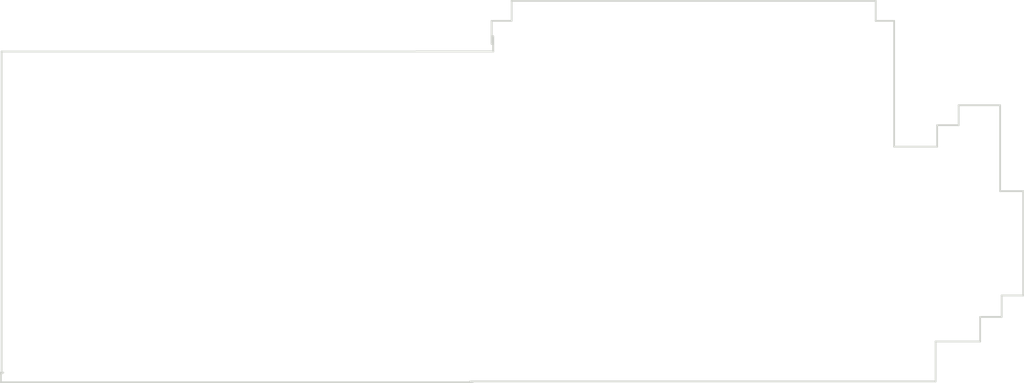
<source format=kicad_pcb>
(kicad_pcb (version 4) (host pcbnew 4.0.0-rc2-stable)

  (general
    (links 0)
    (no_connects 0)
    (area 98.924999 54.153999 183.661564 87.737857)
    (thickness 1.6)
    (drawings 34)
    (tracks 0)
    (zones 0)
    (modules 1)
    (nets 1)
  )

  (page A4)
  (layers
    (0 F.Cu signal)
    (31 B.Cu signal)
    (32 B.Adhes user)
    (33 F.Adhes user)
    (34 B.Paste user)
    (35 F.Paste user)
    (36 B.SilkS user)
    (37 F.SilkS user)
    (38 B.Mask user)
    (39 F.Mask user)
    (40 Dwgs.User user)
    (41 Cmts.User user)
    (42 Eco1.User user)
    (43 Eco2.User user)
    (44 Edge.Cuts user)
    (45 Margin user)
    (46 B.CrtYd user)
    (47 F.CrtYd user)
    (48 B.Fab user)
    (49 F.Fab user)
  )

  (setup
    (last_trace_width 0.25)
    (trace_clearance 0.2)
    (zone_clearance 0.508)
    (zone_45_only no)
    (trace_min 0.2)
    (segment_width 0.2)
    (edge_width 0.15)
    (via_size 0.6)
    (via_drill 0.4)
    (via_min_size 0.4)
    (via_min_drill 0.3)
    (uvia_size 0.3)
    (uvia_drill 0.1)
    (uvias_allowed no)
    (uvia_min_size 0.2)
    (uvia_min_drill 0.1)
    (pcb_text_width 0.3)
    (pcb_text_size 1.5 1.5)
    (mod_edge_width 0.15)
    (mod_text_size 1 1)
    (mod_text_width 0.15)
    (pad_size 1.524 1.524)
    (pad_drill 0.762)
    (pad_to_mask_clearance 0.2)
    (aux_axis_origin 0 0)
    (visible_elements 7FFCFFFF)
    (pcbplotparams
      (layerselection 0x010fc_80000001)
      (usegerberextensions false)
      (excludeedgelayer true)
      (linewidth 0.020000)
      (plotframeref false)
      (viasonmask false)
      (mode 1)
      (useauxorigin false)
      (hpglpennumber 1)
      (hpglpenspeed 20)
      (hpglpendiameter 15)
      (hpglpenoverlay 2)
      (psnegative false)
      (psa4output false)
      (plotreference true)
      (plotvalue true)
      (plotinvisibletext false)
      (padsonsilk false)
      (subtractmaskfromsilk false)
      (outputformat 1)
      (mirror false)
      (drillshape 0)
      (scaleselection 1)
      (outputdirectory ../hi/))
  )

  (net 0 "")

  (net_class Default "This is the default net class."
    (clearance 0.2)
    (trace_width 0.25)
    (via_dia 0.6)
    (via_drill 0.4)
    (uvia_dia 0.3)
    (uvia_drill 0.1)
  )

  (module hue:hue (layer F.Cu) (tedit 0) (tstamp 58004809)
    (at 156.275 70.375)
    (fp_text reference G*** (at 0 0) (layer F.SilkS) hide
      (effects (font (thickness 0.3)))
    )
    (fp_text value LOGO (at 0.75 0) (layer F.SilkS) hide
      (effects (font (thickness 0.3)))
    )
    (fp_poly (pts (xy 11.402004 15.321443) (xy 7.686172 15.321443) (xy 7.686172 13.590782) (xy 11.402004 13.590782)
      (xy 11.402004 15.321443)) (layer F.Mask) (width 0.01))
    (fp_poly (pts (xy 19.800802 15.321443) (xy 16.593988 15.321443) (xy 16.593988 13.590782) (xy 19.800802 13.590782)
      (xy 19.800802 15.321443)) (layer F.Mask) (width 0.01))
    (fp_poly (pts (xy -15.016032 15.219639) (xy -18.375551 15.219639) (xy -18.375551 12.012826) (xy -15.016032 12.012826)
      (xy -15.016032 15.219639)) (layer F.Mask) (width 0.01))
    (fp_poly (pts (xy -6.108216 15.219639) (xy -9.773146 15.219639) (xy -9.773146 13.590782) (xy -6.108216 13.590782)
      (xy -6.108216 15.219639)) (layer F.Mask) (width 0.01))
    (fp_poly (pts (xy 15.027432 -15.206914) (xy 15.041483 -14.430661) (xy 15.792285 -14.416575) (xy 16.543086 -14.402489)
      (xy 16.543086 -4.072144) (xy 11.402004 -4.072144) (xy 11.402004 -5.853707) (xy 9.773146 -5.853707)
      (xy 9.773146 -7.431663) (xy 11.249299 -7.431663) (xy 11.249299 -9.009619) (xy 9.467735 -9.009619)
      (xy 9.467735 -7.431663) (xy 7.991583 -7.431663) (xy 7.991583 -9.264128) (xy 4.479359 -9.264128)
      (xy 4.479359 -7.434125) (xy 3.626753 -7.420168) (xy 2.774148 -7.406212) (xy 2.748 -0.356312)
      (xy 0.916232 -0.356312) (xy 0.916594 3.80491) (xy 0.917045 4.455923) (xy 0.918241 5.084063)
      (xy 0.920122 5.680942) (xy 0.922626 6.23817) (xy 0.925692 6.747358) (xy 0.929259 7.200116)
      (xy 0.933267 7.588056) (xy 0.937654 7.902787) (xy 0.942358 8.135921) (xy 0.947319 8.279068)
      (xy 0.949406 8.30972) (xy 0.981856 8.653307) (xy 2.745902 8.653307) (xy 2.760025 9.378657)
      (xy 2.774148 10.104008) (xy 3.52495 10.118094) (xy 4.275751 10.132181) (xy 4.275751 11.961924)
      (xy -14.96513 11.961924) (xy -14.96513 10.027655) (xy -16.492184 10.027655) (xy -16.492184 6.719038)
      (xy -11.3002 6.719038) (xy -11.3002 8.551503) (xy -9.467736 8.551503) (xy -9.467736 6.719038)
      (xy -11.3002 6.719038) (xy -16.492184 6.719038) (xy -16.492184 6.035222) (xy -6.049148 6.035222)
      (xy -6.049126 6.286997) (xy -6.046066 6.486691) (xy -6.040197 6.615715) (xy -6.034774 6.653457)
      (xy -5.999739 6.678858) (xy -5.909516 6.697286) (xy -5.752858 6.709569) (xy -5.518516 6.716532)
      (xy -5.195243 6.719004) (xy -5.14268 6.719038) (xy -4.275752 6.719038) (xy -4.275752 4.884169)
      (xy -5.153808 4.898097) (xy -6.031864 4.912024) (xy -6.045902 5.74995) (xy -6.049148 6.035222)
      (xy -16.492184 6.035222) (xy -16.492184 3.410421) (xy -13.081764 3.410421) (xy -11.297954 3.410421)
      (xy -11.311803 2.456012) (xy -11.325651 1.501603) (xy -12.203707 1.487676) (xy -13.081764 1.473748)
      (xy -13.081764 3.410421) (xy -16.492184 3.410421) (xy -16.492184 -2.188777) (xy -9.467736 -2.188777)
      (xy -9.467736 -0.356312) (xy -7.940681 -0.356312) (xy -2.697796 -0.356312) (xy -2.697796 1.476152)
      (xy -0.865331 1.476152) (xy -0.865331 -0.356312) (xy -2.697796 -0.356312) (xy -7.940681 -0.356312)
      (xy -7.940681 -2.188777) (xy -9.467736 -2.188777) (xy -16.492184 -2.188777) (xy -16.492184 -5.548296)
      (xy -4.22485 -5.548296) (xy -4.22485 -3.715832) (xy -2.748697 -3.715832) (xy -2.748697 -5.548296)
      (xy -4.22485 -5.548296) (xy -16.492184 -5.548296) (xy -16.492184 -10.791182) (xy -11.3002 -10.791182)
      (xy -11.3002 -8.958717) (xy -9.467736 -8.958717) (xy -9.467736 -10.791182) (xy -11.3002 -10.791182)
      (xy -16.492184 -10.791182) (xy -16.492184 -12.572745) (xy -2.697796 -12.572745) (xy -2.697796 -10.791182)
      (xy -0.916232 -10.791182) (xy -0.916232 -12.572745) (xy 2.799599 -12.572745) (xy 2.799599 -10.791182)
      (xy 4.275751 -10.791182) (xy 4.275751 -12.572745) (xy 2.799599 -12.572745) (xy -0.916232 -12.572745)
      (xy -2.697796 -12.572745) (xy -16.492184 -12.572745) (xy -16.492184 -14.456112) (xy -14.96513 -14.456112)
      (xy -14.96513 -15.983166) (xy 15.01338 -15.983166) (xy 15.027432 -15.206914)) (layer F.Mask) (width 0.01))
    (fp_poly (pts (xy 7.952081 -6.604509) (xy 7.966132 -5.828256) (xy 8.844188 -5.814329) (xy 9.722244 -5.800401)
      (xy 9.722244 -4.021242) (xy 11.348904 -4.021242) (xy 11.362729 -3.041383) (xy 11.376553 -2.061523)
      (xy 18.299198 -2.061523) (xy 18.313023 -3.041383) (xy 18.326847 -4.021242) (xy 20.258918 -4.021242)
      (xy 20.258918 -5.802805) (xy 22.040481 -5.802805) (xy 22.040481 -7.380761) (xy 25.4 -7.380761)
      (xy 25.4 -0.305411) (xy 27.181563 -0.305411) (xy 27.181563 8.246092) (xy 25.349098 8.246092)
      (xy 25.349098 10.027655) (xy 23.618437 10.027655) (xy 23.618437 11.961924) (xy 6.212266 11.961924)
      (xy 6.198418 11.007515) (xy 6.184569 10.053106) (xy 5.255611 10.039233) (xy 4.326653 10.025359)
      (xy 4.326653 8.144289) (xy 2.799599 8.144289) (xy 2.799599 6.362726) (xy 9.773146 6.362726)
      (xy 9.773146 10.078557) (xy 22.040481 10.078557) (xy 22.040481 6.362726) (xy 20.208016 6.362726)
      (xy 20.208016 8.195191) (xy 16.543086 8.195191) (xy 16.543086 6.362726) (xy 14.914228 6.362726)
      (xy 14.914228 8.195191) (xy 11.351102 8.195191) (xy 11.351102 6.362726) (xy 9.773146 6.362726)
      (xy 2.799599 6.362726) (xy 2.799599 3.056457) (xy 7.88978 3.056457) (xy 7.88978 3.935884)
      (xy 7.892526 4.299231) (xy 7.901089 4.568277) (xy 7.91595 4.750382) (xy 7.937593 4.852909)
      (xy 7.951534 4.877066) (xy 7.996216 4.894879) (xy 8.095704 4.908698) (xy 8.257811 4.918741)
      (xy 8.490347 4.925223) (xy 8.801126 4.928361) (xy 9.197958 4.928372) (xy 9.688656 4.925472)
      (xy 9.694921 4.925422) (xy 11.376553 4.912024) (xy 11.379811 4.455499) (xy 16.449561 4.455499)
      (xy 16.45228 4.669737) (xy 16.457608 4.815505) (xy 16.46434 4.87324) (xy 16.494817 4.896969)
      (xy 16.57289 4.913794) (xy 16.71004 4.924315) (xy 16.917751 4.929132) (xy 17.207505 4.928846)
      (xy 17.47087 4.925853) (xy 18.451904 4.912024) (xy 18.451904 3.054108) (xy 20.208016 3.054108)
      (xy 20.208016 4.938829) (xy 21.925952 4.925427) (xy 23.643888 4.912024) (xy 23.65724 3.041383)
      (xy 23.670593 1.170742) (xy 21.989579 1.170742) (xy 21.989579 3.054108) (xy 20.208016 3.054108)
      (xy 18.451904 3.054108) (xy 18.451904 2.977756) (xy 16.466733 2.977756) (xy 16.452789 3.892277)
      (xy 16.449662 4.190457) (xy 16.449561 4.455499) (xy 11.379811 4.455499) (xy 11.389906 3.041383)
      (xy 11.403258 1.170742) (xy 9.724541 1.170742) (xy 9.710667 2.0997) (xy 9.696794 3.028657)
      (xy 7.88978 3.056457) (xy 2.799599 3.056457) (xy 2.799599 -0.305411) (xy 4.53026 -0.305411)
      (xy 4.53026 -7.380761) (xy 7.93803 -7.380761) (xy 7.952081 -6.604509)) (layer F.Mask) (width 0.01))
    (fp_poly (pts (xy -23.567535 1.527054) (xy -18.426453 1.527054) (xy -18.426453 5.141082) (xy -21.684168 5.141082)
      (xy -21.684168 3.359519) (xy -25.295847 3.359519) (xy -25.323647 1.552505) (xy -26.125351 1.538487)
      (xy -26.927054 1.524469) (xy -26.927054 -1.832465) (xy -23.567535 -1.832465) (xy -23.567535 1.527054)) (layer F.Mask) (width 0.01))
  )

  (gr_line (start 139.7 58.42) (end 133.35 58.42) (angle 90) (layer Edge.Cuts) (width 0.15) (tstamp 5800BDA7))
  (gr_line (start 139.7 58.42) (end 133.35 58.42) (angle 90) (layer Edge.Cuts) (width 0.15) (tstamp 5800BDA5))
  (gr_line (start 139.7 58.42) (end 133.35 58.42) (angle 90) (layer Edge.Cuts) (width 0.15) (tstamp 5800BAD3))
  (gr_line (start 139.7 58.42) (end 133.35 58.42) (angle 90) (layer Edge.Cuts) (width 0.15))
  (gr_line (start 139.573 55.88) (end 139.573 57.785) (angle 90) (layer Edge.Cuts) (width 0.15) (tstamp 5800BDA8))
  (gr_line (start 139.7 57.15) (end 139.7 58.42) (angle 90) (layer Edge.Cuts) (width 0.15) (tstamp 5800BDA6))
  (gr_line (start 99 85) (end 99.2 85) (angle 90) (layer Edge.Cuts) (width 0.15))
  (gr_line (start 99 85.8) (end 99 85) (angle 90) (layer Edge.Cuts) (width 0.15))
  (gr_line (start 138 85.8) (end 99 85.8) (angle 90) (layer Edge.Cuts) (width 0.15))
  (gr_line (start 99.06 58.42) (end 99.06 85.09) (angle 90) (layer Edge.Cuts) (width 0.15))
  (gr_line (start 133.35 58.42) (end 99.06 58.42) (angle 90) (layer Edge.Cuts) (width 0.15))
  (gr_line (start 139.7 57.15) (end 139.7 58.42) (angle 90) (layer Edge.Cuts) (width 0.15))
  (gr_line (start 137.795 85.725) (end 176.276 85.725) (angle 90) (layer Edge.Cuts) (width 0.15))
  (gr_line (start 139.573 55.88) (end 139.573 57.785) (angle 90) (layer Edge.Cuts) (width 0.15))
  (gr_line (start 141.224 55.88) (end 139.7 55.88) (angle 90) (layer Edge.Cuts) (width 0.15))
  (gr_line (start 141.224 54.229) (end 141.224 55.88) (angle 90) (layer Edge.Cuts) (width 0.15))
  (gr_line (start 171.323 54.229) (end 141.224 54.229) (angle 90) (layer Edge.Cuts) (width 0.15))
  (gr_line (start 171.323 55.88) (end 171.323 54.229) (angle 90) (layer Edge.Cuts) (width 0.15))
  (gr_line (start 172.847 55.88) (end 171.323 55.88) (angle 90) (layer Edge.Cuts) (width 0.15))
  (gr_line (start 172.847 66.294) (end 172.847 55.88) (angle 90) (layer Edge.Cuts) (width 0.15))
  (gr_line (start 176.403 66.294) (end 172.847 66.294) (angle 90) (layer Edge.Cuts) (width 0.15))
  (gr_line (start 176.403 64.516) (end 176.403 66.294) (angle 90) (layer Edge.Cuts) (width 0.15))
  (gr_line (start 178.181 64.516) (end 176.403 64.516) (angle 90) (layer Edge.Cuts) (width 0.15))
  (gr_line (start 178.181 62.865) (end 178.181 64.516) (angle 90) (layer Edge.Cuts) (width 0.15))
  (gr_line (start 181.61 62.865) (end 178.181 62.865) (angle 90) (layer Edge.Cuts) (width 0.15))
  (gr_line (start 181.61 69.977) (end 181.61 62.865) (angle 90) (layer Edge.Cuts) (width 0.15))
  (gr_line (start 183.515 69.977) (end 181.61 69.977) (angle 90) (layer Edge.Cuts) (width 0.15))
  (gr_line (start 183.515 78.613) (end 183.515 69.977) (angle 90) (layer Edge.Cuts) (width 0.15))
  (gr_line (start 181.737 78.613) (end 183.515 78.613) (angle 90) (layer Edge.Cuts) (width 0.15))
  (gr_line (start 181.737 80.391) (end 181.737 78.613) (angle 90) (layer Edge.Cuts) (width 0.15))
  (gr_line (start 179.959 80.391) (end 181.737 80.391) (angle 90) (layer Edge.Cuts) (width 0.15))
  (gr_line (start 179.959 82.423) (end 179.959 80.391) (angle 90) (layer Edge.Cuts) (width 0.15))
  (gr_line (start 176.276 82.423) (end 179.959 82.423) (angle 90) (layer Edge.Cuts) (width 0.15))
  (gr_line (start 176.276 85.725) (end 176.276 82.423) (angle 90) (layer Edge.Cuts) (width 0.15))

)

</source>
